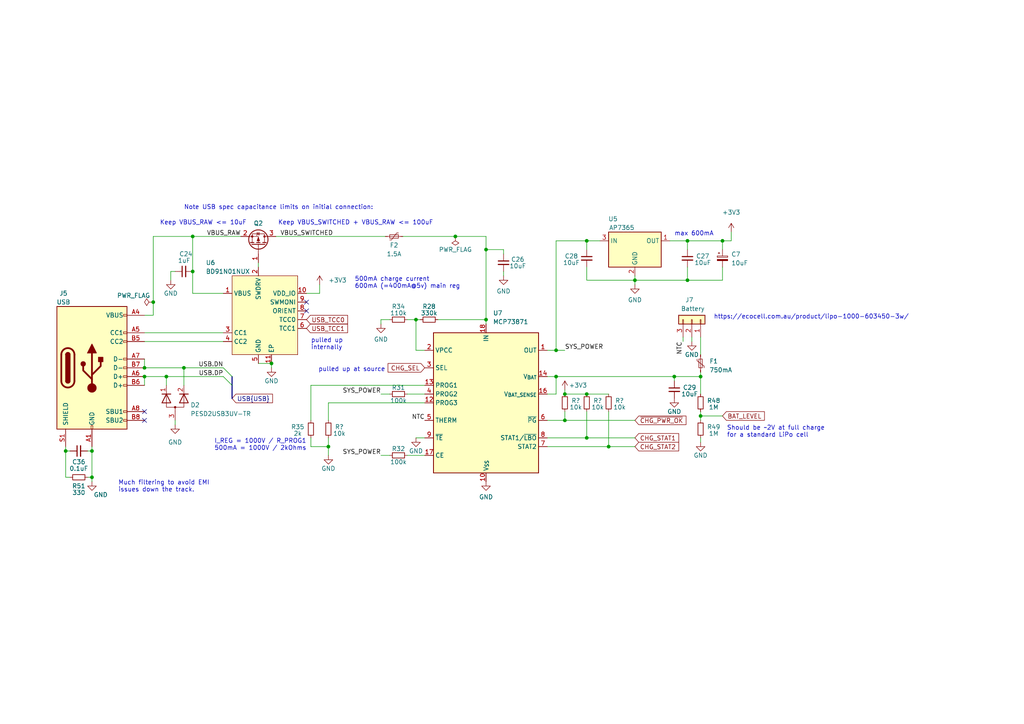
<source format=kicad_sch>
(kicad_sch (version 20230121) (generator eeschema)
  (paper "A4")
  (title_block (date "2022-09-04") (rev "1"))
  (lib_symbols
    (symbol "Battery_Management:MCP73871"
      (property "Reference" "U" (at -7.62 24.13 0))
      (property "Value" "MCP73871" (at -15.24 21.59 0))
      (symbol "MCP73871_0_1"
        (rectangle (start -15.24 20.32) (end 15.24 -20.32) (stroke (width 0.254)) (fill (type background)))
      )
      (symbol "MCP73871_1_1"
        (pin power_out line (at 17.78 15.24 180) (length 2.54) (name "OUT") (number "1"))
        (pin power_in line (at 0 -22.86 90) (length 2.54) (name "V_{SS}") (number "10"))
        (pin passive line (at 0 -22.86 90) (length 2.54) hide (name "V_{SS}") (number "11"))
        (pin bidirectional line (at -17.78 0 0) (length 2.54) (name "PROG3") (number "12"))
        (pin bidirectional line (at -17.78 5.08 0) (length 2.54) (name "PROG1") (number "13"))
        (pin power_out line (at 17.78 7.62 180) (length 2.54) (name "V_{BAT}") (number "14"))
        (pin passive line (at 17.78 7.62 180) (length 2.54) hide (name "V_{BAT}") (number "15"))
        (pin input line (at 17.78 2.54 180) (length 2.54) (name "V_{BAT_SENSE}") (number "16"))
        (pin input line (at -17.78 -15.24 0) (length 2.54) (name "CE") (number "17"))
        (pin power_in line (at 0 22.86 270) (length 2.54) (name "IN") (number "18"))
        (pin passive line (at 0 22.86 270) (length 2.54) hide (name "IN") (number "19"))
        (pin input line (at -17.78 15.24 0) (length 2.54) (name "VPCC") (number "2"))
        (pin passive line (at 17.78 15.24 180) (length 2.54) hide (name "OUT") (number "20"))
        (pin passive line (at 0 -22.86 90) (length 2.54) hide (name "V_{SS}") (number "21"))
        (pin input line (at -17.78 10.16 0) (length 2.54) (name "SEL") (number "3"))
        (pin input line (at -17.78 2.54 0) (length 2.54) (name "PROG2") (number "4"))
        (pin bidirectional line (at -17.78 -5.08 0) (length 2.54) (name "THERM") (number "5"))
        (pin open_collector line (at 17.78 -5.08 180) (length 2.54) (name "~{PG}") (number "6"))
        (pin open_collector line (at 17.78 -12.7 180) (length 2.54) (name "STAT2") (number "7"))
        (pin open_collector line (at 17.78 -10.16 180) (length 2.54) (name "STAT1/~{LBO}") (number "8"))
        (pin input line (at -17.78 -10.16 0) (length 2.54) (name "~{TE}") (number "9"))
      )
    )
    (symbol "Connector:USB_C_Receptacle_USB2.0" (pin_names (offset 1.016))
      (property "Reference" "J" (at -10.16 19.05 0))
      (property "Value" "USB_C_Receptacle_USB2.0" (at 19.05 19.05 0))
      (symbol "USB_C_Receptacle_USB2.0_0_0"
        (rectangle (start -0.254 -17.78) (end 0.254 -16.764))
        (rectangle (start 10.16 -14.986) (end 9.144 -15.494))
        (rectangle (start 10.16 -12.446) (end 9.144 -12.954))
        (rectangle (start 10.16 -4.826) (end 9.144 -5.334))
        (rectangle (start 10.16 -2.286) (end 9.144 -2.794))
        (rectangle (start 10.16 0.254) (end 9.144 -0.254))
        (rectangle (start 10.16 2.794) (end 9.144 2.286))
        (rectangle (start 10.16 7.874) (end 9.144 7.366))
        (rectangle (start 10.16 10.414) (end 9.144 9.906))
        (rectangle (start 10.16 15.494) (end 9.144 14.986))
      )
      (symbol "USB_C_Receptacle_USB2.0_0_1"
        (rectangle (start -10.16 17.78) (end 10.16 -17.78) (stroke (width 0.254)) (fill (type background)))
        (arc (start -8.89 -3.81) (mid -6.985 -5.7067) (end -5.08 -3.81) (stroke (width 0.508)))
        (arc (start -7.62 -3.81) (mid -6.985 -4.4423) (end -6.35 -3.81) (stroke (width 0.254)))
        (arc (start -7.62 -3.81) (mid -6.985 -4.4423) (end -6.35 -3.81) (stroke (width 0.254)) (fill (type outline)))
        (rectangle (start -7.62 -3.81) (end -6.35 3.81) (stroke (width 0.254)) (fill (type outline)))
        (arc (start -6.35 3.81) (mid -6.985 4.4423) (end -7.62 3.81) (stroke (width 0.254)))
        (arc (start -6.35 3.81) (mid -6.985 4.4423) (end -7.62 3.81) (stroke (width 0.254)) (fill (type outline)))
        (arc (start -5.08 3.81) (mid -6.985 5.7067) (end -8.89 3.81) (stroke (width 0.508)))
        (circle (center -2.54 1.143) (radius 0.635) (stroke (width 0.254)) (fill (type outline)))
        (circle (center 0 -5.842) (radius 1.27) (fill (type outline)))
        (polyline (pts (xy -8.89 -3.81) (xy -8.89 3.81)) (stroke (width 0.508)))
        (polyline (pts (xy -5.08 3.81) (xy -5.08 -3.81)) (stroke (width 0.508)))
        (polyline (pts (xy 0 -5.842) (xy 0 4.318)) (stroke (width 0.508)))
        (polyline (pts (xy 0 -3.302) (xy -2.54 -0.762) (xy -2.54 0.508)) (stroke (width 0.508)))
        (polyline (pts (xy 0 -2.032) (xy 2.54 0.508) (xy 2.54 1.778)) (stroke (width 0.508)))
        (polyline (pts (xy -1.27 4.318) (xy 0 6.858) (xy 1.27 4.318) (xy -1.27 4.318)) (stroke (width 0.254)) (fill (type outline)))
        (rectangle (start 1.905 1.778) (end 3.175 3.048) (stroke (width 0.254)) (fill (type outline)))
      )
      (symbol "USB_C_Receptacle_USB2.0_1_1"
        (pin passive line (at 0 -22.86 90) (length 5.08) (name "GND") (number "A1"))
        (pin passive line (at 0 -22.86 90) (length 5.08) hide (name "GND") (number "A12"))
        (pin passive line (at 15.24 15.24 180) (length 5.08) (name "VBUS") (number "A4"))
        (pin bidirectional line (at 15.24 10.16 180) (length 5.08) (name "CC1") (number "A5"))
        (pin bidirectional line (at 15.24 -2.54 180) (length 5.08) (name "D+") (number "A6"))
        (pin bidirectional line (at 15.24 2.54 180) (length 5.08) (name "D-") (number "A7"))
        (pin bidirectional line (at 15.24 -12.7 180) (length 5.08) (name "SBU1") (number "A8"))
        (pin passive line (at 15.24 15.24 180) (length 5.08) hide (name "VBUS") (number "A9"))
        (pin passive line (at 0 -22.86 90) (length 5.08) hide (name "GND") (number "B1"))
        (pin passive line (at 0 -22.86 90) (length 5.08) hide (name "GND") (number "B12"))
        (pin passive line (at 15.24 15.24 180) (length 5.08) hide (name "VBUS") (number "B4"))
        (pin bidirectional line (at 15.24 7.62 180) (length 5.08) (name "CC2") (number "B5"))
        (pin bidirectional line (at 15.24 -5.08 180) (length 5.08) (name "D+") (number "B6"))
        (pin bidirectional line (at 15.24 0 180) (length 5.08) (name "D-") (number "B7"))
        (pin bidirectional line (at 15.24 -15.24 180) (length 5.08) (name "SBU2") (number "B8"))
        (pin passive line (at 15.24 15.24 180) (length 5.08) hide (name "VBUS") (number "B9"))
        (pin passive line (at -7.62 -22.86 90) (length 5.08) (name "SHIELD") (number "S1"))
      )
    )
    (symbol "Connector_Generic:Conn_01x03" (pin_names (offset 1.016) hide)
      (property "Reference" "J" (at 0 5.08 0))
      (property "Value" "Conn_01x03" (at 0 -5.08 0))
      (symbol "Conn_01x03_1_1"
        (rectangle (start -1.27 -2.413) (end 0 -2.667) (stroke (width 0.1524)))
        (rectangle (start -1.27 0.127) (end 0 -0.127) (stroke (width 0.1524)))
        (rectangle (start -1.27 2.667) (end 0 2.413) (stroke (width 0.1524)))
        (rectangle (start -1.27 3.81) (end 1.27 -3.81) (stroke (width 0.254)) (fill (type background)))
        (pin passive line (at -5.08 2.54 0) (length 3.81) (name "Pin_1") (number "1"))
        (pin passive line (at -5.08 0 0) (length 3.81) (name "Pin_2") (number "2"))
        (pin passive line (at -5.08 -2.54 0) (length 3.81) (name "Pin_3") (number "3"))
      )
    )
    (symbol "Device:C_Polarized_Small" (pin_numbers hide) (pin_names (offset 0.254) hide)
      (property "Reference" "C" (at 0.254 1.778 0))
      (property "Value" "C_Polarized_Small" (at 0.254 -2.032 0))
      (symbol "C_Polarized_Small_0_1"
        (rectangle (start -1.524 -0.3048) (end 1.524 -0.6858) (fill (type outline)))
        (rectangle (start -1.524 0.6858) (end 1.524 0.3048))
        (polyline (pts (xy -1.27 1.524) (xy -0.762 1.524)))
        (polyline (pts (xy -1.016 1.27) (xy -1.016 1.778)))
      )
      (symbol "C_Polarized_Small_1_1"
        (pin passive line (at 0 2.54 270) (length 1.8542) (name "~") (number "1"))
        (pin passive line (at 0 -2.54 90) (length 1.8542) (name "~") (number "2"))
      )
    )
    (symbol "Device:C_Small" (pin_numbers hide) (pin_names (offset 0.254) hide)
      (property "Reference" "C" (at 0.254 1.778 0))
      (property "Value" "C_Small" (at 0.254 -2.032 0))
      (symbol "C_Small_0_1"
        (polyline (pts (xy -1.524 -0.508) (xy 1.524 -0.508)) (stroke (width 0.3302)))
        (polyline (pts (xy -1.524 0.508) (xy 1.524 0.508)) (stroke (width 0.3048)))
      )
      (symbol "C_Small_1_1"
        (pin passive line (at 0 2.54 270) (length 2.032) (name "~") (number "1"))
        (pin passive line (at 0 -2.54 90) (length 2.032) (name "~") (number "2"))
      )
    )
    (symbol "Device:D_Dual_CommonAnode_KKA_Parallel" (pin_names (offset 0.762) hide)
      (property "Reference" "D" (at 0 5.08 0))
      (property "Value" "D_Dual_CommonAnode_KKA_Parallel" (at 0 -5.08 0))
      (symbol "D_Dual_CommonAnode_KKA_Parallel_0_0"
        (polyline (pts (xy 2.54 -3.81) (xy 2.54 -1.27)) (stroke (width 0.254)))
        (polyline (pts (xy 2.54 1.27) (xy 2.54 3.81)) (stroke (width 0.254)))
      )
      (symbol "D_Dual_CommonAnode_KKA_Parallel_0_1"
        (circle (center -1.27 0) (radius 0.254) (fill (type outline)))
        (polyline (pts (xy -1.27 0) (xy -2.54 0)))
        (polyline (pts (xy 2.54 2.54) (xy -1.27 2.54) (xy -1.27 -2.54) (xy 2.54 -2.54)))
        (polyline (pts (xy 0 -1.27) (xy 2.54 -2.54) (xy 0 -3.81) (xy 0 -1.27) (xy 0 -1.27) (xy 0 -1.27)) (stroke (width 0.254)))
        (polyline (pts (xy 0 3.81) (xy 2.54 2.54) (xy 0 1.27) (xy 0 3.81) (xy 0 3.81) (xy 0 3.81)) (stroke (width 0.254)))
        (pin passive line (at 5.08 2.54 180) (length 2.54) (name "K") (number "1"))
        (pin passive line (at 5.08 -2.54 180) (length 2.54) (name "K") (number "2"))
        (pin passive line (at -5.08 0 0) (length 2.54) (name "A") (number "3"))
      )
    )
    (symbol "Device:Polyfuse_Small" (pin_numbers hide) (pin_names (offset 0))
      (property "Reference" "F" (at -1.905 0 90))
      (property "Value" "Polyfuse_Small" (at 1.905 0 90))
      (symbol "Polyfuse_Small_0_1"
        (rectangle (start -0.508 1.27) (end 0.508 -1.27))
        (polyline (pts (xy 0 2.54) (xy 0 -2.54)))
        (polyline (pts (xy -1.016 1.27) (xy -1.016 0.762) (xy 1.016 -0.762) (xy 1.016 -1.27)))
      )
      (symbol "Polyfuse_Small_1_1"
        (pin passive line (at 0 2.54 270) (length 0.635) (name "~") (number "1"))
        (pin passive line (at 0 -2.54 90) (length 0.635) (name "~") (number "2"))
      )
    )
    (symbol "Device:Q_PMOS_GSD" (pin_names (offset 0) hide)
      (property "Reference" "Q" (at 5.08 1.27 0))
      (property "Value" "Q_PMOS_GSD" (at 5.08 -1.27 0))
      (symbol "Q_PMOS_GSD_0_1"
        (polyline (pts (xy 0.254 0) (xy -2.54 0)))
        (polyline (pts (xy 0.254 1.905) (xy 0.254 -1.905)) (stroke (width 0.254)))
        (polyline (pts (xy 0.762 -1.27) (xy 0.762 -2.286)) (stroke (width 0.254)))
        (polyline (pts (xy 0.762 0.508) (xy 0.762 -0.508)) (stroke (width 0.254)))
        (polyline (pts (xy 0.762 2.286) (xy 0.762 1.27)) (stroke (width 0.254)))
        (polyline (pts (xy 2.54 2.54) (xy 2.54 1.778)))
        (polyline (pts (xy 2.54 -2.54) (xy 2.54 0) (xy 0.762 0)))
        (polyline (pts (xy 0.762 1.778) (xy 3.302 1.778) (xy 3.302 -1.778) (xy 0.762 -1.778)))
        (polyline (pts (xy 2.286 0) (xy 1.27 0.381) (xy 1.27 -0.381) (xy 2.286 0)) (fill (type outline)))
        (polyline (pts (xy 2.794 -0.508) (xy 2.921 -0.381) (xy 3.683 -0.381) (xy 3.81 -0.254)))
        (polyline (pts (xy 3.302 -0.381) (xy 2.921 0.254) (xy 3.683 0.254) (xy 3.302 -0.381)))
        (circle (center 1.651 0) (radius 2.794) (stroke (width 0.254)))
        (circle (center 2.54 -1.778) (radius 0.254) (fill (type outline)))
        (circle (center 2.54 1.778) (radius 0.254) (fill (type outline)))
      )
      (symbol "Q_PMOS_GSD_1_1"
        (pin input line (at -5.08 0 0) (length 2.54) (name "G") (number "1"))
        (pin passive line (at 2.54 -5.08 90) (length 2.54) (name "S") (number "2"))
        (pin passive line (at 2.54 5.08 270) (length 2.54) (name "D") (number "3"))
      )
    )
    (symbol "Device:R_Small" (pin_numbers hide) (pin_names (offset 0.254) hide)
      (property "Reference" "R" (at 0.762 0.508 0))
      (property "Value" "R_Small" (at 0.762 -1.016 0))
      (symbol "R_Small_0_1"
        (rectangle (start -0.762 1.778) (end 0.762 -1.778) (stroke (width 0.2032)))
      )
      (symbol "R_Small_1_1"
        (pin passive line (at 0 2.54 270) (length 0.762) (name "~") (number "1"))
        (pin passive line (at 0 -2.54 90) (length 0.762) (name "~") (number "2"))
      )
    )
    (symbol "power:+3V3" (power) (pin_names (offset 0))
      (property "Value" "+3V3" (at 0 3.556 0))
      (symbol "+3V3_0_1"
        (polyline (pts (xy -0.762 1.27) (xy 0 2.54)))
        (polyline (pts (xy 0 0) (xy 0 2.54)))
        (polyline (pts (xy 0 2.54) (xy 0.762 1.27)))
      )
      (symbol "+3V3_1_1"
        (pin power_in line (at 0 0 90) (length 0) hide (name "+3V3") (number "1"))
      )
    )
    (symbol "power:GND" (power) (pin_names (offset 0))
      (property "Value" "GND" (at 0 -3.81 0))
      (symbol "GND_0_1"
        (polyline (pts (xy 0 0) (xy 0 -1.27) (xy 1.27 -1.27) (xy 0 -2.54) (xy -1.27 -1.27) (xy 0 -1.27)))
      )
      (symbol "GND_1_1"
        (pin power_in line (at 0 0 270) (length 0) hide (name "GND") (number "1"))
      )
    )
    (symbol "power:PWR_FLAG" (power) (pin_numbers hide) (pin_names (offset 0) hide)
      (property "Value" "PWR_FLAG" (at 0 3.81 0))
      (symbol "PWR_FLAG_0_0"
        (pin power_out line (at 0 0 90) (length 0) (name "pwr") (number "1"))
      )
      (symbol "PWR_FLAG_0_1"
        (polyline (pts (xy 0 0) (xy 0 1.27) (xy -1.016 1.905) (xy 0 2.54) (xy 1.016 1.905) (xy 0 1.27)))
      )
    )
    (symbol "symbols:AP7365"
      (property "Reference" "U" (at 0 0 0))
      (symbol "AP7365_1_1"
        (rectangle (start -7.62 3.81) (end 7.62 -6.35) (stroke (width 0.254)) (fill (type background)))
        (pin power_out line (at 10.16 1.27 180) (length 2.54) (name "OUT") (number "1"))
        (pin power_in line (at 0 -8.89 90) (length 2.54) (name "GND") (number "2"))
        (pin power_in line (at -10.16 1.27 0) (length 2.54) (name "IN") (number "3"))
      )
    )
    (symbol "symbols:BD91N01NUX"
      (property "Reference" "U" (at 0 13.97 0))
      (property "Value" "BD91N01NUX" (at 5.08 16.51 0))
      (symbol "BD91N01NUX_0_1"
        (rectangle (start -12.7 12.7) (end 6.35 -10.16) (fill (type background)))
      )
      (symbol "BD91N01NUX_1_1"
        (pin power_in line (at -15.24 7.62 0) (length 2.54) (name "VBUS") (number "1"))
        (pin power_in line (at 8.89 7.62 180) (length 2.54) (name "VDD_IO") (number "10"))
        (pin power_in line (at -1.27 -12.7 90) (length 2.54) (name "EP") (number "11"))
        (pin output line (at -5.08 15.24 270) (length 2.54) (name "SWDRV") (number "2"))
        (pin input line (at -15.24 -3.81 0) (length 2.54) (name "CC1") (number "3"))
        (pin input line (at -15.24 -6.35 0) (length 2.54) (name "CC2") (number "4"))
        (pin power_in line (at -5.08 -12.7 90) (length 2.54) (name "GND") (number "5"))
        (pin output line (at 8.89 -2.54 180) (length 2.54) (name "TCC1") (number "6"))
        (pin output line (at 8.89 0 180) (length 2.54) (name "TCC0") (number "7"))
        (pin output line (at 8.89 2.54 180) (length 2.54) (name "ORIENT") (number "8"))
        (pin output line (at 8.89 5.08 180) (length 2.54) (name "SWMONI") (number "9"))
      )
    )
  )
  (junction (at 203.2 120.65))
  (junction (at 55.88 78.74))
  (junction (at 19.05 130.81))
  (junction (at 161.29 109.22))
  (junction (at 209.55 69.85))
  (junction (at 195.58 109.22))
  (junction (at 199.39 81.28))
  (junction (at 163.83 121.92))
  (junction (at 170.18 127))
  (junction (at 199.39 69.85))
  (junction (at 176.53 129.54))
  (junction (at 41.91 106.68))
  (junction (at 26.67 130.81))
  (junction (at 26.67 138.43))
  (junction (at 44.45 87.63))
  (junction (at 170.18 69.85))
  (junction (at 140.97 92.71))
  (junction (at 203.2 109.22))
  (junction (at 161.29 101.6))
  (junction (at 41.91 109.22))
  (junction (at 120.65 92.71))
  (junction (at 78.74 105.41))
  (junction (at 53.34 106.68))
  (junction (at 170.18 114.3))
  (junction (at 184.15 81.28))
  (junction (at 55.88 68.58))
  (junction (at 48.26 109.22))
  (junction (at 163.83 114.3))
  (junction (at 132.08 68.58))
  (junction (at 140.97 72.39))
  (junction (at 95.25 129.54))
  (no_connect (at 88.9 87.63))
  (no_connect (at 88.9 90.17))
  (no_connect (at 41.91 119.38))
  (no_connect (at 41.91 121.92))
  (bus_entry (at 64.77 106.68) (size 2.54 2.54))
  (bus_entry (at 64.77 109.22) (size 2.54 2.54))
  (wire (pts (xy 19.05 130.81) (xy 19.05 138.43)))
  (wire (pts (xy 55.88 85.09) (xy 55.88 78.74)))
  (wire (pts (xy 199.39 72.39) (xy 199.39 69.85)))
  (wire (pts (xy 110.49 132.08) (xy 113.03 132.08)))
  (wire (pts (xy 44.45 68.58) (xy 44.45 87.63)))
  (wire (pts (xy 161.29 69.85) (xy 170.18 69.85)))
  (wire (pts (xy 113.03 92.71) (xy 110.49 92.71)))
  (wire (pts (xy 50.8 123.19) (xy 50.8 121.92)))
  (wire (pts (xy 203.2 107.95) (xy 203.2 109.22)))
  (wire (pts (xy 199.39 81.28) (xy 184.15 81.28)))
  (wire (pts (xy 158.75 127) (xy 170.18 127)))
  (wire (pts (xy 127 92.71) (xy 140.97 92.71)))
  (wire (pts (xy 203.2 109.22) (xy 203.2 114.3)))
  (wire (pts (xy 120.65 101.6) (xy 120.65 92.71)))
  (wire (pts (xy 163.83 119.38) (xy 163.83 121.92)))
  (wire (pts (xy 26.67 129.54) (xy 26.67 130.81)))
  (wire (pts (xy 95.25 129.54) (xy 95.25 132.08)))
  (wire (pts (xy 123.19 101.6) (xy 120.65 101.6)))
  (wire (pts (xy 41.91 99.06) (xy 64.77 99.06)))
  (wire (pts (xy 132.08 68.58) (xy 140.97 68.58)))
  (wire (pts (xy 170.18 81.28) (xy 184.15 81.28)))
  (wire (pts (xy 116.84 68.58) (xy 132.08 68.58)))
  (bus (pts (xy 67.31 111.76) (xy 67.31 115.57)))
  (wire (pts (xy 95.25 127) (xy 95.25 129.54)))
  (wire (pts (xy 198.12 99.06) (xy 198.12 97.79)))
  (wire (pts (xy 158.75 129.54) (xy 176.53 129.54)))
  (wire (pts (xy 200.66 97.79) (xy 200.66 99.06)))
  (wire (pts (xy 74.93 76.2) (xy 74.93 77.47)))
  (wire (pts (xy 170.18 72.39) (xy 170.18 69.85)))
  (wire (pts (xy 26.67 130.81) (xy 26.67 138.43)))
  (wire (pts (xy 88.9 85.09) (xy 92.71 85.09)))
  (wire (pts (xy 123.19 132.08) (xy 118.11 132.08)))
  (wire (pts (xy 140.97 72.39) (xy 140.97 92.71)))
  (wire (pts (xy 53.34 106.68) (xy 64.77 106.68)))
  (wire (pts (xy 120.65 127) (xy 123.19 127)))
  (wire (pts (xy 48.26 109.22) (xy 48.26 111.76)))
  (wire (pts (xy 209.55 69.85) (xy 209.55 72.39)))
  (wire (pts (xy 49.53 78.74) (xy 49.53 81.28)))
  (wire (pts (xy 203.2 127) (xy 203.2 128.27)))
  (wire (pts (xy 184.15 81.28) (xy 184.15 80.01)))
  (wire (pts (xy 74.93 105.41) (xy 78.74 105.41)))
  (wire (pts (xy 41.91 106.68) (xy 53.34 106.68)))
  (wire (pts (xy 209.55 69.85) (xy 212.09 69.85)))
  (wire (pts (xy 41.91 109.22) (xy 48.26 109.22)))
  (wire (pts (xy 123.19 116.84) (xy 95.25 116.84)))
  (wire (pts (xy 55.88 68.58) (xy 69.85 68.58)))
  (wire (pts (xy 184.15 82.55) (xy 184.15 81.28)))
  (wire (pts (xy 44.45 68.58) (xy 55.88 68.58)))
  (wire (pts (xy 170.18 69.85) (xy 173.99 69.85)))
  (wire (pts (xy 170.18 127) (xy 184.15 127)))
  (wire (pts (xy 110.49 92.71) (xy 110.49 93.98)))
  (wire (pts (xy 170.18 114.3) (xy 176.53 114.3)))
  (wire (pts (xy 195.58 109.22) (xy 203.2 109.22)))
  (wire (pts (xy 163.83 113.03) (xy 163.83 114.3)))
  (wire (pts (xy 146.05 73.66) (xy 146.05 72.39)))
  (wire (pts (xy 19.05 138.43) (xy 20.32 138.43)))
  (wire (pts (xy 41.91 96.52) (xy 64.77 96.52)))
  (wire (pts (xy 161.29 114.3) (xy 161.29 109.22)))
  (wire (pts (xy 41.91 91.44) (xy 44.45 91.44)))
  (wire (pts (xy 194.31 69.85) (xy 199.39 69.85)))
  (wire (pts (xy 48.26 109.22) (xy 64.77 109.22)))
  (wire (pts (xy 158.75 121.92) (xy 163.83 121.92)))
  (wire (pts (xy 95.25 116.84) (xy 95.25 121.92)))
  (wire (pts (xy 199.39 77.47) (xy 199.39 81.28)))
  (wire (pts (xy 118.11 114.3) (xy 123.19 114.3)))
  (wire (pts (xy 44.45 87.63) (xy 44.45 91.44)))
  (wire (pts (xy 41.91 106.68) (xy 41.91 104.14)))
  (wire (pts (xy 80.01 68.58) (xy 111.76 68.58)))
  (wire (pts (xy 92.71 85.09) (xy 92.71 82.55)))
  (wire (pts (xy 170.18 77.47) (xy 170.18 81.28)))
  (wire (pts (xy 146.05 72.39) (xy 140.97 72.39)))
  (wire (pts (xy 140.97 92.71) (xy 140.97 93.98)))
  (wire (pts (xy 55.88 68.58) (xy 55.88 78.74)))
  (wire (pts (xy 203.2 120.65) (xy 203.2 119.38)))
  (wire (pts (xy 212.09 67.31) (xy 212.09 69.85)))
  (wire (pts (xy 158.75 114.3) (xy 161.29 114.3)))
  (wire (pts (xy 90.17 127) (xy 90.17 129.54)))
  (wire (pts (xy 161.29 69.85) (xy 161.29 101.6)))
  (wire (pts (xy 161.29 109.22) (xy 195.58 109.22)))
  (wire (pts (xy 19.05 129.54) (xy 19.05 130.81)))
  (wire (pts (xy 203.2 120.65) (xy 209.55 120.65)))
  (wire (pts (xy 123.19 111.76) (xy 90.17 111.76)))
  (wire (pts (xy 120.65 92.71) (xy 121.92 92.71)))
  (wire (pts (xy 199.39 69.85) (xy 209.55 69.85)))
  (wire (pts (xy 203.2 121.92) (xy 203.2 120.65)))
  (wire (pts (xy 146.05 78.74) (xy 146.05 80.01)))
  (wire (pts (xy 199.39 81.28) (xy 209.55 81.28)))
  (wire (pts (xy 161.29 101.6) (xy 163.83 101.6)))
  (wire (pts (xy 78.74 105.41) (xy 78.74 106.68)))
  (wire (pts (xy 158.75 101.6) (xy 161.29 101.6)))
  (wire (pts (xy 170.18 119.38) (xy 170.18 127)))
  (wire (pts (xy 53.34 106.68) (xy 53.34 111.76)))
  (bus (pts (xy 67.31 109.22) (xy 67.31 111.76)))
  (wire (pts (xy 140.97 68.58) (xy 140.97 72.39)))
  (wire (pts (xy 26.67 138.43) (xy 26.67 139.7)))
  (wire (pts (xy 176.53 129.54) (xy 184.15 129.54)))
  (wire (pts (xy 203.2 97.79) (xy 203.2 102.87)))
  (wire (pts (xy 163.83 121.92) (xy 184.15 121.92)))
  (wire (pts (xy 110.49 114.3) (xy 113.03 114.3)))
  (wire (pts (xy 90.17 129.54) (xy 95.25 129.54)))
  (wire (pts (xy 195.58 109.22) (xy 195.58 110.49)))
  (wire (pts (xy 163.83 114.3) (xy 170.18 114.3)))
  (wire (pts (xy 50.8 78.74) (xy 49.53 78.74)))
  (wire (pts (xy 176.53 119.38) (xy 176.53 129.54)))
  (wire (pts (xy 19.05 130.81) (xy 20.32 130.81)))
  (wire (pts (xy 25.4 130.81) (xy 26.67 130.81)))
  (wire (pts (xy 90.17 111.76) (xy 90.17 121.92)))
  (wire (pts (xy 118.11 92.71) (xy 120.65 92.71)))
  (wire (pts (xy 25.4 138.43) (xy 26.67 138.43)))
  (wire (pts (xy 64.77 85.09) (xy 55.88 85.09)))
  (wire (pts (xy 209.55 77.47) (xy 209.55 81.28)))
  (wire (pts (xy 158.75 109.22) (xy 161.29 109.22)))
  (wire (pts (xy 41.91 109.22) (xy 41.91 111.76)))
  (text "https://ecocell.com.au/product/lipo-1000-603450-3w/" (at 207.01 92.71 0) (effects (font (size 1.27 1.27)) (justify left bottom)))
  (text "max 600mA" (at 195.58 68.58 0) (effects (font (size 1.27 1.27)) (justify left bottom)))
  (text "500mA charge current\n600mA (=400mA@5v) main reg" (at 102.87 83.82 0) (effects (font (size 1.27 1.27)) (justify left bottom)))
  (text "pulled up\ninternally" (at 90.17 101.6 0) (effects (font (size 1.27 1.27)) (justify left bottom)))
  (text "Should be ~2V at full charge\nfor a standard LiPo cell" (at 210.82 127 0) (effects (font (size 1.27 1.27)) (justify left bottom)))
  (text "Much filtering to avoid EMI\nissues down the track." (at 34.29 142.875 0) (effects (font (size 1.27 1.27)) (justify left bottom)))
  (text "pulled up at source" (at 111.76 107.95 0) (effects (font (size 1.27 1.27)) (justify right bottom)))
  (text "I_REG = 1000V / R_PROG1\n500mA = 1000V / 2kOhms" (at 88.9 130.81 0) (effects (font (size 1.27 1.27)) (justify right bottom)))
  (text "Keep VBUS_RAW <= 10uF" (at 46.355 65.405 0) (effects (font (size 1.27 1.27)) (justify left bottom)))
  (text "Keep VBUS_SWITCHED + VBUS_RAW <= 100uF" (at 80.645 65.405 0) (effects (font (size 1.27 1.27)) (justify left bottom)))
  (text "Note USB spec capacitance limits on initial connection:" (at 53.34 60.96 0) (effects (font (size 1.27 1.27)) (justify left bottom)))
  (label "SYS_POWER" (at 110.49 132.08 180))
  (label "VBUS_RAW" (at 69.85 68.58 180))
  (label "NTC" (at 123.19 121.92 180))
  (label "USB.DP" (at 64.77 109.22 180))
  (label "VBUS_SWITCHED" (at 81.28 68.58 0))
  (label "SYS_POWER" (at 110.49 114.3 180))
  (label "SYS_POWER" (at 163.83 101.6 0))
  (label "NTC" (at 198.12 99.06 270))
  (label "USB.DN" (at 64.77 106.68 180))
  (global_label "~{CHG_PWR_OK}" (shape input) (at 184.15 121.92 0) (property "Intersheetrefs" "${INTERSHEET_REFS}" (effects hide)))
  (global_label "CHG_STAT2" (shape input) (at 184.15 129.54 0) (property "Intersheetrefs" "${INTERSHEET_REFS}" (effects hide)))
  (global_label "USB_TCC0" (shape input) (at 88.9 92.71 0) (property "Intersheetrefs" "${INTERSHEET_REFS}" (effects hide)))
  (global_label "USB_TCC1" (shape input) (at 88.9 95.25 0) (property "Intersheetrefs" "${INTERSHEET_REFS}" (effects hide)))
  (global_label "CHG_SEL" (shape input) (at 123.19 106.68 180) (property "Intersheetrefs" "${INTERSHEET_REFS}" (effects hide)))
  (global_label "CHG_STAT1" (shape input) (at 184.15 127 0) (property "Intersheetrefs" "${INTERSHEET_REFS}" (effects hide)))
  (global_label "BAT_LEVEL" (shape input) (at 209.55 120.65 0) (property "Intersheetrefs" "${INTERSHEET_REFS}" (effects hide)))
  (global_label "USB{USB}" (shape input) (at 67.31 115.57 0) (property "Intersheetrefs" "${INTERSHEET_REFS}" (effects hide)))
  (symbol (lib_id "Device:R_Small") (at 203.2 124.46 0) (unit 1)
    (property "Reference" "R49" (at 207.01 123.825 0))
    (property "Value" "1M" (at 207.01 125.73 0))
    (property "Footprint" "Resistor_SMD:R_0603_1608Metric" (effects hide))
    (property "MPN" "AC0603FR-131ML" (effects hide))
  )
  (symbol (lib_id "symbols:BD91N01NUX") (at 80.01 92.71 0) (unit 1)
    (property "Reference" "U6" (at 59.69 76.2 0) (effects (justify left)))
    (property "Value" "BD91N01NUX" (at 59.69 78.74 0) (effects (justify left)))
    (property "Footprint" "footprints:BD91N01NUX-E2" (effects hide))
    (property "MPN" "BD91N01NUX" (effects hide))
  )
  (symbol (lib_id "power:GND") (at 49.53 81.28 0) (unit 1)
    (property "Reference" "#PWR0202" (effects hide))
    (property "Value" "GND" (at 49.53 85.09 0))
  )
  (symbol (lib_id "power:+3V3") (at 163.83 113.03 0) (unit 1)
    (property "Reference" "#PWR0124" (effects hide))
    (property "Value" "+3V3" (at 167.64 111.76 0))
    (instances (project "gay-ipod" (path "" (reference "#PWR0124") (unit 1)) (path "" (reference "#PWR04") (unit 1))))
  )
  (symbol (lib_id "power:+3V3") (at 212.09 67.31 0) (unit 1)
    (property "Reference" "#PWR0217" (effects hide))
    (property "Value" "+3V3" (at 212.09 61.595 0))
  )
  (symbol (lib_id "Device:R_Small") (at 95.25 124.46 0) (unit 1)
    (property "Reference" "R?" (at 98.425 123.825 0))
    (property "Value" "10k" (at 98.425 125.73 0))
    (property "Footprint" "Resistor_SMD:R_0603_1608Metric" (effects hide))
    (property "MPN" "AC0603JR-0710KL" (effects hide))
    (instances (project "gay-ipod" (path "" (reference "R?") (unit 1)) (path "" (reference "R23") (unit 1)) (path "" (reference "R36") (unit 1))))
  )
  (symbol (lib_id "Device:C_Small") (at 170.18 74.93 0) (unit 1)
    (property "Reference" "C28" (at 165.735 74.295 0))
    (property "Value" "10uF" (at 165.735 76.2 0))
    (property "Footprint" "Capacitor_SMD:C_0805_2012Metric" (effects hide))
    (property "MPN" "EMK212ABJ106KG-T" (effects hide))
  )
  (symbol (lib_id "Device:R_Small") (at 115.57 132.08 90) (unit 1)
    (property "Reference" "R32" (at 115.57 130.175 90))
    (property "Value" "100k" (at 115.57 133.985 90))
    (property "Footprint" "Resistor_SMD:R_0603_1608Metric" (effects hide))
    (property "MPN" "RC0603JR-10100KL" (effects hide))
  )
  (symbol (lib_id "power:GND") (at 200.66 99.06 0) (unit 1)
    (property "Reference" "#PWR0213" (effects hide))
    (property "Value" "GND" (at 200.66 102.87 0))
  )
  (symbol (lib_id "Device:C_Small") (at 195.58 113.03 0) (mirror y) (unit 1)
    (property "Reference" "C29" (at 200.025 112.395 0))
    (property "Value" "10uF" (at 200.025 114.3 0))
    (property "Footprint" "Capacitor_SMD:C_0805_2012Metric" (effects hide))
    (property "MPN" "EMK212ABJ106KG-T" (effects hide))
  )
  (symbol (lib_id "Device:D_Dual_CommonAnode_KKA_Parallel") (at 50.8 116.84 90) (unit 1)
    (property "Reference" "D2" (at 55.245 117.475 90) (effects (justify right)))
    (property "Value" "PESD2USB3UV-TR" (at 55.245 120.015 90) (effects (justify right)))
    (property "Footprint" "Package_TO_SOT_SMD:SOT-23" (effects hide))
    (property "MPN" "PESD2USB3UV-TR" (effects hide))
  )
  (symbol (lib_id "Battery_Management:MCP73871") (at 140.97 116.84 0) (unit 1)
    (property "Reference" "U7" (at 142.9894 90.805 0) (effects (justify left)))
    (property "Value" "MCP73871" (at 142.9894 93.345 0) (effects (justify left)))
    (property "Footprint" "Package_DFN_QFN:QFN-20-1EP_4x4mm_P0.5mm_EP2.5x2.5mm" (effects hide))
    (property "Datasheet" "http://www.mouser.com/ds/2/268/22090a-52174.pdf" (effects hide))
    (property "MPN" "MCP73871" (effects hide))
  )
  (symbol (lib_id "power:PWR_FLAG") (at 132.08 68.58 180) (unit 1)
    (property "Reference" "#FLG0202" (effects hide))
    (property "Value" "PWR_FLAG" (at 132.08 72.39 0))
  )
  (symbol (lib_id "power:GND") (at 50.8 123.19 0) (unit 1)
    (property "Reference" "#PWR0203" (effects hide))
    (property "Value" "GND" (at 50.8 128.27 0))
  )
  (symbol (lib_id "power:GND") (at 26.67 139.7 0) (unit 1)
    (property "Reference" "#PWR0201" (effects hide))
    (property "Value" "GND" (at 29.21 143.51 0))
  )
  (symbol (lib_id "power:GND") (at 120.65 127 0) (unit 1)
    (property "Reference" "#PWR0208" (effects hide))
    (property "Value" "GND" (at 120.65 130.81 0))
  )
  (symbol (lib_id "Device:R_Small") (at 203.2 116.84 0) (unit 1)
    (property "Reference" "R48" (at 207.01 116.205 0))
    (property "Value" "1M" (at 207.01 118.11 0))
    (property "Footprint" "Resistor_SMD:R_0603_1608Metric" (effects hide))
    (property "MPN" "AC0603FR-131ML" (effects hide))
  )
  (symbol (lib_id "Device:R_Small") (at 90.17 124.46 0) (mirror y) (unit 1)
    (property "Reference" "R35" (at 86.36 123.825 0))
    (property "Value" "2k" (at 86.36 125.73 0))
    (property "Footprint" "Resistor_SMD:R_0603_1608Metric" (effects hide))
    (property "MPN" "RC0603JR-072KL" (effects hide))
  )
  (symbol (lib_id "Device:C_Polarized_Small") (at 209.55 74.93 0) (unit 1)
    (property "Reference" "C7" (at 212.09 73.7489 0) (effects (justify left)))
    (property "Value" "10uF" (at 212.09 76.2889 0) (effects (justify left)))
    (property "Footprint" "Capacitor_Tantalum_SMD:CP_EIA-3216-18_Kemet-A" (effects hide))
    (property "MPN" "TCJA106M020R0150 " (effects hide))
    (instances (project "gay-ipod" (path "" (reference "C7") (unit 1)) (path "" (reference "C25") (unit 1))))
  )
  (symbol (lib_id "Device:C_Small") (at 146.05 76.2 0) (mirror y) (unit 1)
    (property "Reference" "C26" (at 150.1775 75.2475 0))
    (property "Value" "10uF" (at 150.1775 77.1525 0))
    (property "Footprint" "Capacitor_SMD:C_0805_2012Metric" (effects hide))
    (property "MPN" "EMK212ABJ106KG-T" (effects hide))
  )
  (symbol (lib_id "Device:R_Small") (at 115.57 114.3 90) (unit 1)
    (property "Reference" "R31" (at 115.57 112.395 90))
    (property "Value" "100k" (at 115.57 116.205 90))
    (property "Footprint" "Resistor_SMD:R_0603_1608Metric" (effects hide))
    (property "MPN" "RC0603JR-10100KL" (effects hide))
  )
  (symbol (lib_id "power:+3V3") (at 92.71 82.55 0) (unit 1)
    (property "Reference" "#PWR0205" (effects hide))
    (property "Value" "+3V3" (at 95.25 81.2799 0) (effects (justify left)))
  )
  (symbol (lib_id "Device:R_Small") (at 115.57 92.71 90) (unit 1)
    (property "Reference" "R34" (at 115.57 88.9 90))
    (property "Value" "110k" (at 115.57 90.805 90))
    (property "Footprint" "Resistor_SMD:R_0603_1608Metric" (effects hide))
    (property "MPN" "AC0603FR-07110KL" (effects hide))
  )
  (symbol (lib_id "power:GND") (at 78.74 106.68 0) (unit 1)
    (property "Reference" "#PWR0204" (effects hide))
    (property "Value" "GND" (at 78.74 110.49 0))
  )
  (symbol (lib_id "Device:Polyfuse_Small") (at 203.2 105.41 0) (unit 1)
    (property "Reference" "F1" (at 205.74 104.775 0) (effects (justify left)))
    (property "Value" "750mA" (at 205.74 107.315 0) (effects (justify left)))
    (property "Footprint" "Fuse:Fuse_1206_3216Metric" (effects hide))
    (property "MPN" "SMD1206B075TF" (effects hide))
  )
  (symbol (lib_id "Device:Q_PMOS_GSD") (at 74.93 71.12 270) (mirror x) (unit 1)
    (property "Reference" "Q2" (at 74.93 64.77 90))
    (property "Value" "PMV48XPA2R" (effects hide))
    (property "Footprint" "Package_TO_SOT_SMD:TSOT-23" (effects hide))
    (property "MPN" "PMV48XPA2R" (effects hide))
  )
  (symbol (lib_id "Device:Polyfuse_Small") (at 114.3 68.58 270) (unit 1)
    (property "Reference" "F2" (at 114.3 71.12 90))
    (property "Value" "1.5A" (at 114.3 73.66 90))
    (property "Footprint" "Fuse:Fuse_1206_3216Metric" (effects hide))
    (property "MPN" "SMD1206B150TFT" (effects hide))
  )
  (symbol (lib_id "Device:R_Small") (at 170.18 116.84 0) (unit 1)
    (property "Reference" "R?" (at 173.355 116.205 0))
    (property "Value" "10k" (at 173.355 118.11 0))
    (property "Footprint" "Resistor_SMD:R_0603_1608Metric" (effects hide))
    (property "MPN" "AC0603JR-0710KL" (effects hide))
    (instances (project "gay-ipod" (path "" (reference "R?") (unit 1)) (path "" (reference "R23") (unit 1)) (path "" (reference "R30") (unit 1))))
  )
  (symbol (lib_id "power:GND") (at 95.25 132.08 0) (unit 1)
    (property "Reference" "#PWR0206" (effects hide))
    (property "Value" "GND" (at 95.25 135.89 0))
  )
  (symbol (lib_id "power:GND") (at 195.58 115.57 0) (mirror y) (unit 1)
    (property "Reference" "#PWR0211" (effects hide))
    (property "Value" "GND" (at 195.58 119.38 0))
  )
  (symbol (lib_id "power:PWR_FLAG") (at 44.45 87.63 90) (unit 1)
    (property "Reference" "#FLG0201" (effects hide))
    (property "Value" "PWR_FLAG" (at 38.735 85.725 90))
  )
  (symbol (lib_id "symbols:AP7365") (at 184.15 71.12 0) (unit 1)
    (property "Reference" "U5" (at 177.8 63.5 0))
    (property "Value" "AP7365" (at 180.34 66.04 0))
    (property "Footprint" "Package_TO_SOT_SMD:SOT-89-3" (effects hide))
    (property "MPN" "AP7365-33YG-13 " (effects hide))
  )
  (symbol (lib_id "power:GND") (at 184.15 82.55 0) (unit 1)
    (property "Reference" "#PWR01" (effects hide))
    (property "Value" "GND" (at 184.15 86.995 0))
  )
  (symbol (lib_id "Device:C_Small") (at 22.86 130.81 90) (unit 1)
    (property "Reference" "C36" (at 22.86 133.985 90))
    (property "Value" "0.1uF" (at 22.86 135.89 90))
    (property "Footprint" "Capacitor_SMD:C_0805_2012Metric" (effects hide))
    (property "MPN" "0805YD104KAT2A" (effects hide))
  )
  (symbol (lib_id "Device:C_Small") (at 53.34 78.74 90) (unit 1)
    (property "Reference" "C24" (at 55.88 73.66 90) (effects (justify left)))
    (property "Value" "1uF" (at 55.245 75.565 90) (effects (justify left)))
    (property "Footprint" "Capacitor_SMD:C_0805_2012Metric" (effects hide))
    (property "MPN" "EMK212BJ105KG-T" (effects hide))
  )
  (symbol (lib_id "Device:R_Small") (at 124.46 92.71 90) (unit 1)
    (property "Reference" "R28" (at 124.46 88.9 90))
    (property "Value" "330k" (at 124.46 90.805 90))
    (property "Footprint" "Resistor_SMD:R_0603_1608Metric" (effects hide))
    (property "MPN" "RT0603FRE07330KL" (effects hide))
  )
  (symbol (lib_id "power:GND") (at 110.49 93.98 0) (unit 1)
    (property "Reference" "#PWR0207" (effects hide))
    (property "Value" "GND" (at 110.49 98.425 0))
  )
  (symbol (lib_id "Device:R_Small") (at 22.86 138.43 90) (unit 1)
    (property "Reference" "R51" (at 22.86 140.97 90))
    (property "Value" "330" (at 22.86 142.875 90))
    (property "Footprint" "Resistor_SMD:R_0805_2012Metric" (effects hide))
    (property "MPN" "RC0805FR-10330RL" (effects hide))
  )
  (symbol (lib_id "Device:C_Small") (at 199.39 74.93 0) (mirror y) (unit 1)
    (property "Reference" "C27" (at 203.835 74.295 0))
    (property "Value" "10uF" (at 203.835 76.2 0))
    (property "Footprint" "Capacitor_SMD:C_0805_2012Metric" (effects hide))
    (property "MPN" "EMK212ABJ106KG-T" (effects hide))
  )
  (symbol (lib_id "power:GND") (at 203.2 128.27 0) (unit 1)
    (property "Reference" "#PWR0214" (effects hide))
    (property "Value" "GND" (at 203.2 132.08 0))
  )
  (symbol (lib_id "Connector:USB_C_Receptacle_USB2.0") (at 26.67 106.68 0) (unit 1)
    (property "Reference" "J5" (at 18.415 85.09 0))
    (property "Value" "USB" (at 18.415 87.63 0))
    (property "Footprint" "Connector_USB:USB_C_Receptacle_GCT_USB4085" (effects hide))
    (property "Datasheet" "https://www.usb.org/sites/default/files/documents/usb_type-c.zip" (effects hide))
    (property "MPN" " USB4085-GF-A " (effects hide))
  )
  (symbol (lib_id "power:GND") (at 140.97 139.7 0) (unit 1)
    (property "Reference" "#PWR0210" (effects hide))
    (property "Value" "GND" (at 140.97 144.145 0))
  )
  (symbol (lib_id "power:GND") (at 146.05 80.01 0) (mirror y) (unit 1)
    (property "Reference" "#PWR0209" (effects hide))
    (property "Value" "GND" (at 146.05 84.455 0))
  )
  (symbol (lib_id "Device:R_Small") (at 176.53 116.84 0) (unit 1)
    (property "Reference" "R?" (at 179.705 116.205 0))
    (property "Value" "10k" (at 179.705 118.11 0))
    (property "Footprint" "Resistor_SMD:R_0603_1608Metric" (effects hide))
    (property "MPN" "AC0603JR-0710KL" (effects hide))
    (instances (project "gay-ipod" (path "" (reference "R?") (unit 1)) (path "" (reference "R23") (unit 1)) (path "" (reference "R29") (unit 1))))
  )
  (symbol (lib_id "Device:R_Small") (at 163.83 116.84 0) (unit 1)
    (property "Reference" "R?" (at 167.005 116.205 0))
    (property "Value" "10k" (at 167.005 118.11 0))
    (property "Footprint" "Resistor_SMD:R_0603_1608Metric" (effects hide))
    (property "MPN" "AC0603JR-0710KL" (effects hide))
    (instances (project "gay-ipod" (path "" (reference "R?") (unit 1)) (path "" (reference "R23") (unit 1)) (path "" (reference "R33") (unit 1))))
  )
  (symbol (lib_id "Connector_Generic:Conn_01x03") (at 200.66 92.71 270) (mirror x) (unit 1)
    (property "Reference" "J7" (at 198.755 86.995 90) (effects (justify left)))
    (property "Value" "Battery" (at 197.485 89.535 90) (effects (justify left)))
    (property "Footprint" "Connector_JST:JST_PH_S3B-PH-K_1x03_P2.00mm_Horizontal" (effects hide))
    (property "MPN" "S3B-PH-K-S(LF)(SN)" (effects hide))
  )
)
</source>
